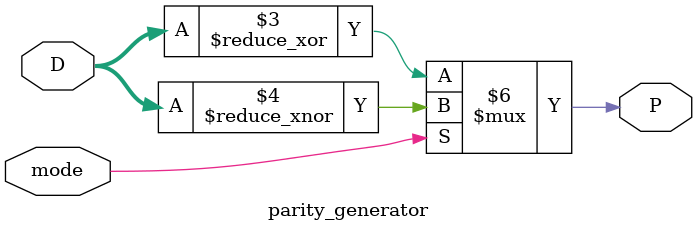
<source format=v>
module parity_generator (
    input  [3:0] D,
    input  mode,   
    output reg   P
);
    always @(*) begin
        if (mode == 1'b0)
            P = ^D;     
        else
            P = ~^D;     
    end
endmodule


/*output
meenakshi@meenakshi-Inspiron-3501:~/verilog/parity_generator$ vvp parity_generator.out
VCD info: dumpfile parity_generator.vcd opened for output.
$time=0|D=0000|mode=0|P=0
$time=10|D=0001|mode=0|P=1
$time=20|D=1011|mode=0|P=1
$time=30|D=1111|mode=0|P=0
$time=40|D=0000|mode=1|P=1
$time=50|D=0001|mode=1|P=0
$time=60|D=1011|mode=1|P=0
$time=70|D=1111|mode=1|P=1
parity_generator_tb.v:29: $finish called at 80 (1s)
*/

</source>
